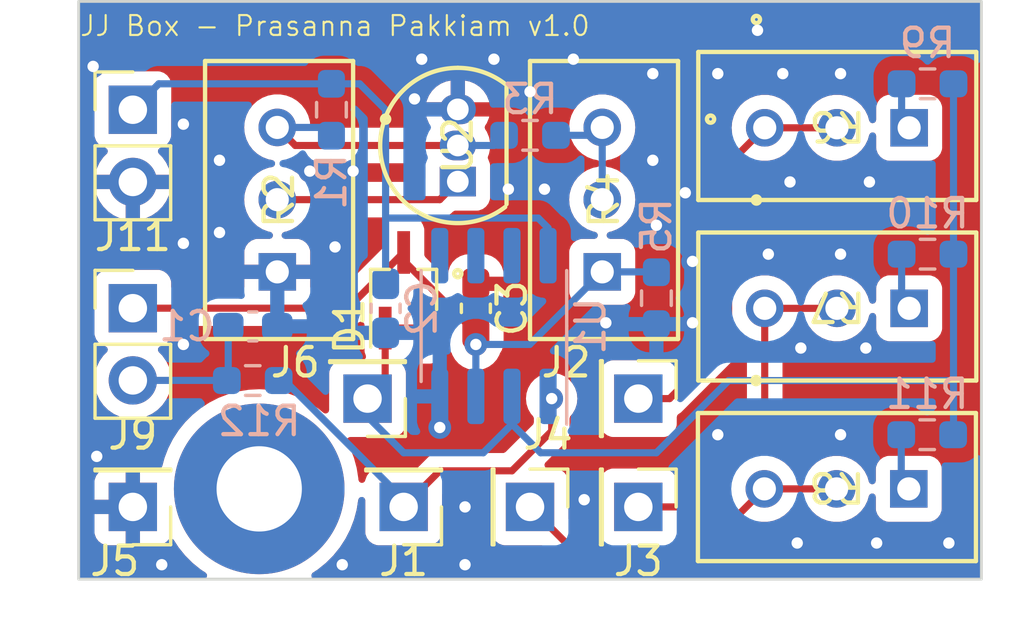
<source format=kicad_pcb>
(kicad_pcb (version 20240108) (generator "pcbnew") (generator_version "8.0")
  (layers (0 "F.Cu" signal) (31 "B.Cu" signal) (34 "B.Paste" user) (35 "F.Paste" user) (36 "B.SilkS" user "B.Silkscreen") (37 "F.SilkS" user "F.Silkscreen") (38 "B.Mask" user) (39 "F.Mask" user) (44 "Edge.Cuts" user))
  (net 0 "")
  (net 1 "GND")
  (net 2 "+5V")
  (net 3 "Net-(D1-C)")
  (net 4 "Net-(D1-A)")
  (net 5 "Net-(J1-Pin_1)")
  (net 6 "Net-(J2-Pin_1)")
  (net 7 "Net-(J3-Pin_1)")
  (net 8 "Net-(J4-Pin_1)")
  (net 9 "Net-(U2-ADJ)")
  (net 10 "Net-(R3-Pad2)")
  (net 11 "Net-(R6-Pad3)")
  (net 12 "Net-(R10-Pad2)")
  (net 13 "Net-(R11-Pad2)")
  (net 14 "Net-(J9-Pin_2)")
  (net 15 "Net-(U2-+V)")
  (footprint "Connector_PinHeader_2.54mm:PinHeader_1x02_P2.54mm_Vertical" (layer "F.Cu") (at 144.78 83.18)
    (property "Reference" "J9" (at 0 4.45 0) (layer "F.SilkS"))
    (property "Value" "Conn_01x02")
    (fp_line (start -1.33 -1.33) (end 0 -1.33) (stroke (width 0.12)) (layer "F.SilkS"))
    (fp_line (start -1.33 0) (end -1.33 -1.33) (stroke (width 0.12)) (layer "F.SilkS"))
    (fp_line (start -1.33 1.27) (end -1.33 3.87) (stroke (width 0.12)) (layer "F.SilkS"))
    (fp_line (start -1.33 1.27) (end 1.33 1.27) (stroke (width 0.12)) (layer "F.SilkS"))
    (fp_line (start -1.33 3.87) (end 1.33 3.87) (stroke (width 0.12)) (layer "F.SilkS"))
    (fp_line (start 1.33 1.27) (end 1.33 3.87) (stroke (width 0.12)) (layer "F.SilkS"))
    (pad "1" thru_hole rect (at 0 0) (size 1.7 1.7) (drill 1) (layers "*.Cu" "*.Mask") (net 3 "Net-(D1-C)"))
    (pad "2" thru_hole oval (at 0 2.54) (size 1.7 1.7) (drill 1) (layers "*.Cu" "*.Mask") (net 14 "Net-(J9-Pin_2)"))
  )
  (footprint "footprints:POT_3296W" (layer "F.Cu") (at 149.86 81.9023 90)
    (property "Reference" "R2" (at 2.5273 0.0635 90) (layer "F.SilkS"))
    (property "Value" "3296W-1-103LF")
    (fp_line (start 7.4168 -2.54) (end -2.3622 -2.54) (stroke (width 0.1524)) (layer "F.SilkS"))
    (fp_line (start -2.3622 -2.54) (end -2.3622 2.667) (stroke (width 0.1524)) (layer "F.SilkS"))
    (fp_line (start 7.4168 2.667) (end 7.4168 -2.54) (stroke (width 0.1524)) (layer "F.SilkS"))
    (fp_line (start -2.3622 2.667) (end 7.4168 2.667) (stroke (width 0.1524)) (layer "F.SilkS"))
    (fp_circle (center 5.3721 3.81) (end 5.4991 3.81) (stroke (width 0.1524)) (fill none) (layer "F.SilkS"))
    (pad "1" thru_hole circle (at 5.08 0 90) (size 1.3208 1.3208) (drill 0.8128) (layers "*.Cu" "*.Mask") (net 15 "Net-(U2-+V)"))
    (pad "2" thru_hole circle (at 2.54 0 90) (size 1.3208 1.3208) (drill 0.8128) (layers "*.Cu" "*.Mask") (net 9 "Net-(U2-ADJ)"))
    (pad "3" thru_hole rect (at 0 0 90) (size 1.3208 1.3208) (drill 0.8128) (layers "*.Cu" "*.Mask") (net 1 "GND"))
  )
  (footprint "Connector_PinHeader_2.54mm:PinHeader_1x01_P2.54mm_Vertical" (layer "F.Cu") (at 144.78 90.17 180)
    (property "Reference" "J5" (at 0.635 -1.905 180) (layer "F.SilkS"))
    (property "Value" "Conn_01x01")
    (fp_line (start 1.33 1.27) (end 1.33 1.33) (stroke (width 0.12)) (layer "F.SilkS"))
    (fp_line (start -1.33 1.33) (end 1.33 1.33) (stroke (width 0.12)) (layer "F.SilkS"))
    (fp_line (start -1.33 1.27) (end 1.33 1.27) (stroke (width 0.12)) (layer "F.SilkS"))
    (fp_line (start -1.33 1.27) (end -1.33 1.33) (stroke (width 0.12)) (layer "F.SilkS"))
    (fp_line (start -1.33 0) (end -1.33 -1.33) (stroke (width 0.12)) (layer "F.SilkS"))
    (fp_line (start -1.33 -1.33) (end 0 -1.33) (stroke (width 0.12)) (layer "F.SilkS"))
    (pad "1" thru_hole rect (at 0 0 180) (size 1.7 1.7) (drill 1) (layers "*.Cu" "*.Mask") (net 1 "GND"))
  )
  (footprint "footprints:POT_3296W" (layer "F.Cu") (at 172.085 76.835 180)
    (property "Reference" "R6" (at 2.5273 0.0635 180) (layer "F.SilkS"))
    (property "Value" "3296W-1-102LF")
    (fp_line (start 7.4168 2.667) (end 7.4168 -2.54) (stroke (width 0.1524)) (layer "F.SilkS"))
    (fp_line (start 7.4168 -2.54) (end -2.3622 -2.54) (stroke (width 0.1524)) (layer "F.SilkS"))
    (fp_line (start -2.3622 2.667) (end 7.4168 2.667) (stroke (width 0.1524)) (layer "F.SilkS"))
    (fp_line (start -2.3622 -2.54) (end -2.3622 2.667) (stroke (width 0.1524)) (layer "F.SilkS"))
    (fp_circle (center 5.3721 3.81) (end 5.4991 3.81) (stroke (width 0.1524)) (fill none) (layer "F.SilkS"))
    (pad "1" thru_hole circle (at 5.08 0 180) (size 1.3208 1.3208) (drill 0.8128) (layers "*.Cu" "*.Mask") (net 6 "Net-(J2-Pin_1)"))
    (pad "2" thru_hole circle (at 2.54 0 180) (size 1.3208 1.3208) (drill 0.8128) (layers "*.Cu" "*.Mask") (net 6 "Net-(J2-Pin_1)"))
    (pad "3" thru_hole rect (at 0 0 180) (size 1.3208 1.3208) (drill 0.8128) (layers "*.Cu" "*.Mask") (net 11 "Net-(R6-Pad3)"))
  )
  (footprint "footprints:Z03A_TEX" (layer "F.Cu") (at 156.21 78.7273 90)
    (property "Reference" "U2" (at 1.27 0 90) (layer "F.SilkS"))
    (property "Value" "lm336z-2_5")
    (fp_line (start -0.793506 1.7145) (end 3.333506 1.7145) (stroke (width 0.1524)) (layer "F.SilkS"))
    (fp_arc (start 4.0005 0.000001) (mid 3.855041 0.879313) (end 3.434164 1.66494) (stroke (width 0.1524)) (layer "F.SilkS"))
    (fp_arc (start -0.894167 1.664936) (mid 0.39069 -2.585042) (end 4.0005 0) (stroke (width 0.1524)) (layer "F.SilkS"))
    (fp_circle (center -3.2385 0) (end -3.1115 0) (stroke (width 0.1524)) (fill none) (layer "F.SilkS"))
    (pad "1" thru_hole rect (at 0 0 90) (size 1.0414 1.27) (drill 0.762) (layers "*.Cu" "*.Mask") (net 9 "Net-(U2-ADJ)"))
    (pad "2" thru_hole oval (at 1.27 0 90) (size 1.0414 1.27) (drill 0.762) (layers "*.Cu" "*.Mask") (net 15 "Net-(U2-+V)"))
    (pad "3" thru_hole oval (at 2.54 0 90) (size 1.0414 1.27) (drill 0.762) (layers "*.Cu" "*.Mask") (net 1 "GND"))
  )
  (footprint "Connector_PinHeader_2.54mm:PinHeader_1x01_P2.54mm_Vertical" (layer "F.Cu") (at 158.75 90.17 -90)
    (property "Reference" "J4" (at -2.54 -0.635 180) (layer "F.SilkS"))
    (property "Value" "Conn_01x01")
    (fp_line (start -1.33 1.33) (end 1.33 1.33) (stroke (width 0.12)) (layer "F.SilkS"))
    (fp_line (start -1.33 1.27) (end -1.33 1.33) (stroke (width 0.12)) (layer "F.SilkS"))
    (fp_line (start -1.33 1.27) (end 1.33 1.27) (stroke (width 0.12)) (layer "F.SilkS"))
    (fp_line (start 1.33 1.27) (end 1.33 1.33) (stroke (width 0.12)) (layer "F.SilkS"))
    (fp_line (start -1.33 0) (end -1.33 -1.33) (stroke (width 0.12)) (layer "F.SilkS"))
    (fp_line (start -1.33 -1.33) (end 0 -1.33) (stroke (width 0.12)) (layer "F.SilkS"))
    (pad "1" thru_hole rect (at 0 0 270) (size 1.7 1.7) (drill 1) (layers "*.Cu" "*.Mask") (net 8 "Net-(J4-Pin_1)"))
  )
  (footprint "Connector_PinHeader_2.54mm:PinHeader_1x01_P2.54mm_Vertical" (layer "F.Cu") (at 154.305 90.17 180)
    (property "Reference" "J1" (at 0 -1.905 180) (layer "F.SilkS"))
    (property "Value" "Conn_01x01")
    (fp_line (start 1.33 1.27) (end 1.33 1.33) (stroke (width 0.12)) (layer "F.SilkS"))
    (fp_line (start -1.33 1.33) (end 1.33 1.33) (stroke (width 0.12)) (layer "F.SilkS"))
    (fp_line (start -1.33 1.27) (end 1.33 1.27) (stroke (width 0.12)) (layer "F.SilkS"))
    (fp_line (start -1.33 1.27) (end -1.33 1.33) (stroke (width 0.12)) (layer "F.SilkS"))
    (fp_line (start -1.33 0) (end -1.33 -1.33) (stroke (width 0.12)) (layer "F.SilkS"))
    (fp_line (start -1.33 -1.33) (end 0 -1.33) (stroke (width 0.12)) (layer "F.SilkS"))
    (pad "1" thru_hole rect (at 0 0 180) (size 1.7 1.7) (drill 1) (layers "*.Cu" "*.Mask") (net 5 "Net-(J1-Pin_1)"))
  )
  (footprint "footprints:POT_3296W" (layer "F.Cu") (at 172.0723 89.535 180)
    (property "Reference" "R8" (at 2.5273 0.0635 180) (layer "F.SilkS"))
    (property "Value" "3296W-1-105LF")
    (fp_line (start 7.4168 2.667) (end 7.4168 -2.54) (stroke (width 0.1524)) (layer "F.SilkS"))
    (fp_line (start 7.4168 -2.54) (end -2.3622 -2.54) (stroke (width 0.1524)) (layer "F.SilkS"))
    (fp_line (start -2.3622 2.667) (end 7.4168 2.667) (stroke (width 0.1524)) (layer "F.SilkS"))
    (fp_line (start -2.3622 -2.54) (end -2.3622 2.667) (stroke (width 0.1524)) (layer "F.SilkS"))
    (fp_circle (center 5.3721 3.81) (end 5.4991 3.81) (stroke (width 0.1524)) (fill none) (layer "F.SilkS"))
    (pad "1" thru_hole circle (at 5.08 0 180) (size 1.3208 1.3208) (drill 0.8128) (layers "*.Cu" "*.Mask") (net 8 "Net-(J4-Pin_1)"))
    (pad "2" thru_hole circle (at 2.54 0 180) (size 1.3208 1.3208) (drill 0.8128) (layers "*.Cu" "*.Mask") (net 8 "Net-(J4-Pin_1)"))
    (pad "3" thru_hole rect (at 0 0 180) (size 1.3208 1.3208) (drill 0.8128) (layers "*.Cu" "*.Mask") (net 13 "Net-(R11-Pad2)"))
  )
  (footprint "Connector_PinHeader_2.54mm:PinHeader_1x01_P2.54mm_Vertical" (layer "F.Cu") (at 162.56 86.36 -90)
    (property "Reference" "J2" (at -1.27 2.54 0) (layer "F.SilkS"))
    (property "Value" "Conn_01x01")
    (fp_line (start -1.33 1.33) (end 1.33 1.33) (stroke (width 0.12)) (layer "F.SilkS"))
    (fp_line (start -1.33 1.27) (end -1.33 1.33) (stroke (width 0.12)) (layer "F.SilkS"))
    (fp_line (start -1.33 1.27) (end 1.33 1.27) (stroke (width 0.12)) (layer "F.SilkS"))
    (fp_line (start 1.33 1.27) (end 1.33 1.33) (stroke (width 0.12)) (layer "F.SilkS"))
    (fp_line (start -1.33 0) (end -1.33 -1.33) (stroke (width 0.12)) (layer "F.SilkS"))
    (fp_line (start -1.33 -1.33) (end 0 -1.33) (stroke (width 0.12)) (layer "F.SilkS"))
    (pad "1" thru_hole rect (at 0 0 270) (size 1.7 1.7) (drill 1) (layers "*.Cu" "*.Mask") (net 6 "Net-(J2-Pin_1)"))
  )
  (footprint "Connector_PinHeader_2.54mm:PinHeader_1x02_P2.54mm_Vertical" (layer "F.Cu") (at 144.78 76.2)
    (property "Reference" "J11" (at 0 4.445 0) (layer "F.SilkS"))
    (property "Value" "Conn_01x02")
    (fp_line (start -1.33 -1.33) (end 0 -1.33) (stroke (width 0.12)) (layer "F.SilkS"))
    (fp_line (start -1.33 0) (end -1.33 -1.33) (stroke (width 0.12)) (layer "F.SilkS"))
    (fp_line (start -1.33 1.27) (end -1.33 3.87) (stroke (width 0.12)) (layer "F.SilkS"))
    (fp_line (start -1.33 1.27) (end 1.33 1.27) (stroke (width 0.12)) (layer "F.SilkS"))
    (fp_line (start -1.33 3.87) (end 1.33 3.87) (stroke (width 0.12)) (layer "F.SilkS"))
    (fp_line (start 1.33 1.27) (end 1.33 3.87) (stroke (width 0.12)) (layer "F.SilkS"))
    (pad "1" thru_hole rect (at 0 0) (size 1.7 1.7) (drill 1) (layers "*.Cu" "*.Mask") (net 2 "+5V"))
    (pad "2" thru_hole oval (at 0 2.54) (size 1.7 1.7) (drill 1) (layers "*.Cu" "*.Mask") (net 1 "GND"))
  )
  (footprint "Connector_PinHeader_2.54mm:PinHeader_1x01_P2.54mm_Vertical" (layer "F.Cu") (at 162.56 90.17 -90)
    (property "Reference" "J3" (at 1.905 0 0) (layer "F.SilkS"))
    (property "Value" "Conn_01x01")
    (fp_line (start -1.33 1.33) (end 1.33 1.33) (stroke (width 0.12)) (layer "F.SilkS"))
    (fp_line (start -1.33 1.27) (end -1.33 1.33) (stroke (width 0.12)) (layer "F.SilkS"))
    (fp_line (start -1.33 1.27) (end 1.33 1.27) (stroke (width 0.12)) (layer "F.SilkS"))
    (fp_line (start 1.33 1.27) (end 1.33 1.33) (stroke (width 0.12)) (layer "F.SilkS"))
    (fp_line (start -1.33 0) (end -1.33 -1.33) (stroke (width 0.12)) (layer "F.SilkS"))
    (fp_line (start -1.33 -1.33) (end 0 -1.33) (stroke (width 0.12)) (layer "F.SilkS"))
    (pad "1" thru_hole rect (at 0 0 270) (size 1.7 1.7) (drill 1) (layers "*.Cu" "*.Mask") (net 7 "Net-(J3-Pin_1)"))
  )
  (footprint "footprints:POT_3296W" (layer "F.Cu") (at 161.29 81.9023 90)
    (property "Reference" "R4" (at 2.5273 0.0635 90) (layer "F.SilkS"))
    (property "Value" "3296W-1-203LF")
    (fp_line (start 7.4168 -2.54) (end -2.3622 -2.54) (stroke (width 0.1524)) (layer "F.SilkS"))
    (fp_line (start -2.3622 -2.54) (end -2.3622 2.667) (stroke (width 0.1524)) (layer "F.SilkS"))
    (fp_line (start 7.4168 2.667) (end 7.4168 -2.54) (stroke (width 0.1524)) (layer "F.SilkS"))
    (fp_line (start -2.3622 2.667) (end 7.4168 2.667) (stroke (width 0.1524)) (layer "F.SilkS"))
    (fp_circle (center 5.3721 3.81) (end 5.4991 3.81) (stroke (width 0.1524)) (fill none) (layer "F.SilkS"))
    (pad "1" thru_hole circle (at 5.08 0 90) (size 1.3208 1.3208) (drill 0.8128) (layers "*.Cu" "*.Mask") (net 10 "Net-(R3-Pad2)"))
    (pad "2" thru_hole circle (at 2.54 0 90) (size 1.3208 1.3208) (drill 0.8128) (layers "*.Cu" "*.Mask") (net 10 "Net-(R3-Pad2)"))
    (pad "3" thru_hole rect (at 0 0 90) (size 1.3208 1.3208) (drill 0.8128) (layers "*.Cu" "*.Mask") (net 3 "Net-(D1-C)"))
  )
  (footprint "Capacitor_SMD:C_0603_1608Metric_Pad1.08x0.95mm_HandSolder" (layer "F.Cu") (at 156.845 83.185 90)
    (property "Reference" "C3" (at 0 1.27 -90) (layer "F.SilkS"))
    (property "Value" "470n")
    (fp_line (start -0.146267 -0.51) (end 0.146267 -0.51) (stroke (width 0.12)) (layer "F.SilkS"))
    (fp_line (start -0.146267 0.51) (end 0.146267 0.51) (stroke (width 0.12)) (layer "F.SilkS"))
    (pad "1" smd roundrect (at -0.8625 0 90) (size 1.075 0.95) (layers "F.Cu" "F.Paste" "F.Mask") (net 3 "Net-(D1-C)"))
    (pad "2" smd roundrect (at 0.8625 0 90) (size 1.075 0.95) (layers "F.Cu" "F.Paste" "F.Mask") (net 1 "GND"))
  )
  (footprint "Connector_PinHeader_2.54mm:PinHeader_1x01_P2.54mm_Vertical" (layer "F.Cu") (at 153.035 86.36 180)
    (property "Reference" "J6" (at 2.54 1.27 180) (layer "F.SilkS"))
    (property "Value" "Conn_01x01")
    (fp_line (start 1.33 1.27) (end 1.33 1.33) (stroke (width 0.12)) (layer "F.SilkS"))
    (fp_line (start -1.33 1.33) (end 1.33 1.33) (stroke (width 0.12)) (layer "F.SilkS"))
    (fp_line (start -1.33 1.27) (end 1.33 1.27) (stroke (width 0.12)) (layer "F.SilkS"))
    (fp_line (start -1.33 1.27) (end -1.33 1.33) (stroke (width 0.12)) (layer "F.SilkS"))
    (fp_line (start -1.33 0) (end -1.33 -1.33) (stroke (width 0.12)) (layer "F.SilkS"))
    (fp_line (start -1.33 -1.33) (end 0 -1.33) (stroke (width 0.12)) (layer "F.SilkS"))
    (pad "1" thru_hole rect (at 0 0 180) (size 1.7 1.7) (drill 1) (layers "*.Cu" "*.Mask") (net 4 "Net-(D1-A)"))
  )
  (footprint "Package_TO_SOT_SMD:SOT-323_SC-70_Handsoldering" (layer "F.Cu") (at 154.305 82.55 90)
    (property "Reference" "D1" (at -1.27 -1.905 -90) (layer "F.SilkS"))
    (property "Value" "BAR63-04W")
    (fp_line (start 0.735 -1.17) (end 0.735 -0.5) (stroke (width 0.12)) (layer "F.SilkS"))
    (fp_line (start 0.735 -1.16) (end -2 -1.16) (stroke (width 0.12)) (layer "F.SilkS"))
    (fp_line (start 0.735 0.5) (end 0.735 1.16) (stroke (width 0.12)) (layer "F.SilkS"))
    (fp_line (start -0.675 1.16) (end 0.735 1.16) (stroke (width 0.12)) (layer "F.SilkS"))
    (pad "1" smd rect (at -1.33 -0.65) (size 0.45 1.5) (layers "F.Cu" "F.Paste" "F.Mask") (net 4 "Net-(D1-A)"))
    (pad "2" smd rect (at -1.33 0.65) (size 0.45 1.5) (layers "F.Cu" "F.Paste" "F.Mask") (net 4 "Net-(D1-A)"))
    (pad "3" smd rect (at 1.33 0) (size 0.45 1.5) (layers "F.Cu" "F.Paste" "F.Mask") (net 3 "Net-(D1-C)"))
  )
  (footprint "footprints:POT_3296W" (layer "F.Cu") (at 172.085 83.185 180)
    (property "Reference" "R7" (at 2.5273 0.0635 180) (layer "F.SilkS"))
    (property "Value" "3296W-1-103LF")
    (fp_line (start 7.4168 2.667) (end 7.4168 -2.54) (stroke (width 0.1524)) (layer "F.SilkS"))
    (fp_line (start 7.4168 -2.54) (end -2.3622 -2.54) (stroke (width 0.1524)) (layer "F.SilkS"))
    (fp_line (start -2.3622 2.667) (end 7.4168 2.667) (stroke (width 0.1524)) (layer "F.SilkS"))
    (fp_line (start -2.3622 -2.54) (end -2.3622 2.667) (stroke (width 0.1524)) (layer "F.SilkS"))
    (fp_circle (center 5.3721 3.81) (end 5.4991 3.81) (stroke (width 0.1524)) (fill none) (layer "F.SilkS"))
    (pad "1" thru_hole circle (at 5.08 0 180) (size 1.3208 1.3208) (drill 0.8128) (layers "*.Cu" "*.Mask") (net 7 "Net-(J3-Pin_1)"))
    (pad "2" thru_hole circle (at 2.54 0 180) (size 1.3208 1.3208) (drill 0.8128) (layers "*.Cu" "*.Mask") (net 7 "Net-(J3-Pin_1)"))
    (pad "3" thru_hole rect (at 0 0 180) (size 1.3208 1.3208) (drill 0.8128) (layers "*.Cu" "*.Mask") (net 12 "Net-(R10-Pad2)"))
  )
  (footprint "Resistor_SMD:R_0603_1608Metric_Pad0.98x0.95mm_HandSolder" (layer "B.Cu") (at 172.7327 75.2875 180)
    (property "Reference" "R9" (at 0 1.43 180) (layer "B.SilkS") (effects (justify mirror)))
    (property "Value" "51")
    (fp_line (start 0.254724 0.5225) (end -0.254724 0.5225) (stroke (width 0.12)) (layer "B.SilkS"))
    (fp_line (start 0.254724 -0.5225) (end -0.254724 -0.5225) (stroke (width 0.12)) (layer "B.SilkS"))
    (pad "1" smd roundrect (at -0.9125 0 180) (size 0.975 0.95) (layers "B.Cu" "B.Paste" "B.Mask") (net 4 "Net-(D1-A)"))
    (pad "2" smd roundrect (at 0.9125 0 180) (size 0.975 0.95) (layers "B.Cu" "B.Paste" "B.Mask") (net 11 "Net-(R6-Pad3)"))
  )
  (footprint "Resistor_SMD:R_0603_1608Metric_Pad0.98x0.95mm_HandSolder" (layer "B.Cu") (at 151.765 76.2 -90)
    (property "Reference" "R1" (at 2.54 0 90) (layer "B.SilkS") (effects (justify mirror)))
    (property "Value" "2k")
    (fp_line (start 0.254724 0.5225) (end -0.254724 0.5225) (stroke (width 0.12)) (layer "B.SilkS"))
    (fp_line (start 0.254724 -0.5225) (end -0.254724 -0.5225) (stroke (width 0.12)) (layer "B.SilkS"))
    (pad "1" smd roundrect (at -0.9125 0 270) (size 0.975 0.95) (layers "B.Cu" "B.Paste" "B.Mask") (net 2 "+5V"))
    (pad "2" smd roundrect (at 0.9125 0 270) (size 0.975 0.95) (layers "B.Cu" "B.Paste" "B.Mask") (net 15 "Net-(U2-+V)"))
  )
  (footprint "Resistor_SMD:R_0603_1608Metric_Pad0.98x0.95mm_HandSolder" (layer "B.Cu") (at 172.7327 81.28 180)
    (property "Reference" "R10" (at 0 1.43 180) (layer "B.SilkS") (effects (justify mirror)))
    (property "Value" "5.6k")
    (fp_line (start 0.254724 0.5225) (end -0.254724 0.5225) (stroke (width 0.12)) (layer "B.SilkS"))
    (fp_line (start 0.254724 -0.5225) (end -0.254724 -0.5225) (stroke (width 0.12)) (layer "B.SilkS"))
    (pad "1" smd roundrect (at -0.9125 0 180) (size 0.975 0.95) (layers "B.Cu" "B.Paste" "B.Mask") (net 4 "Net-(D1-A)"))
    (pad "2" smd roundrect (at 0.9125 0 180) (size 0.975 0.95) (layers "B.Cu" "B.Paste" "B.Mask") (net 12 "Net-(R10-Pad2)"))
  )
  (footprint "Resistor_SMD:R_0603_1608Metric_Pad0.98x0.95mm_HandSolder" (layer "B.Cu") (at 148.9975 85.725)
    (property "Reference" "R12" (at 0.2275 1.43 0) (layer "B.SilkS") (effects (justify mirror)))
    (property "Value" "5.6k")
    (fp_line (start 0.254724 -0.5225) (end -0.254724 -0.5225) (stroke (width 0.12)) (layer "B.SilkS"))
    (fp_line (start 0.254724 0.5225) (end -0.254724 0.5225) (stroke (width 0.12)) (layer "B.SilkS"))
    (pad "1" smd roundrect (at -0.9125 0) (size 0.975 0.95) (layers "B.Cu" "B.Paste" "B.Mask") (net 14 "Net-(J9-Pin_2)"))
    (pad "2" smd roundrect (at 0.9125 0) (size 0.975 0.95) (layers "B.Cu" "B.Paste" "B.Mask") (net 5 "Net-(J1-Pin_1)"))
  )
  (footprint "Resistor_SMD:R_0603_1608Metric_Pad0.98x0.95mm_HandSolder" (layer "B.Cu") (at 163.195 82.8275 90)
    (property "Reference" "R5" (at 2.54 0 -90) (layer "B.SilkS") (effects (justify mirror)))
    (property "Value" "51")
    (fp_line (start 0.254724 -0.5225) (end -0.254724 -0.5225) (stroke (width 0.12)) (layer "B.SilkS"))
    (fp_line (start 0.254724 0.5225) (end -0.254724 0.5225) (stroke (width 0.12)) (layer "B.SilkS"))
    (pad "1" smd roundrect (at -0.9125 0 90) (size 0.975 0.95) (layers "B.Cu" "B.Paste" "B.Mask") (net 1 "GND"))
    (pad "2" smd roundrect (at 0.9125 0 90) (size 0.975 0.95) (layers "B.Cu" "B.Paste" "B.Mask") (net 3 "Net-(D1-C)"))
  )
  (footprint "Capacitor_SMD:C_0603_1608Metric_Pad1.08x0.95mm_HandSolder" (layer "B.Cu") (at 153.67 83.185 -90)
    (property "Reference" "C2" (at 0 -1.27 90) (layer "B.SilkS") (effects (justify mirror)))
    (property "Value" "10n")
    (fp_line (start 0.146267 0.51) (end -0.146267 0.51) (stroke (width 0.12)) (layer "B.SilkS"))
    (fp_line (start 0.146267 -0.51) (end -0.146267 -0.51) (stroke (width 0.12)) (layer "B.SilkS"))
    (pad "1" smd roundrect (at -0.8625 0 270) (size 1.075 0.95) (layers "B.Cu" "B.Paste" "B.Mask") (net 2 "+5V"))
    (pad "2" smd roundrect (at 0.8625 0 270) (size 1.075 0.95) (layers "B.Cu" "B.Paste" "B.Mask") (net 1 "GND"))
  )
  (footprint "Package_SO:SOIC-8_3.9x4.9mm_P1.27mm" (layer "B.Cu") (at 157.48 83.8073 90)
    (property "Reference" "U1" (at 0 3.4 -90) (layer "B.SilkS") (effects (justify mirror)))
    (property "Value" "LT1492")
    (fp_line (start 1.95 -2.56) (end 0 -2.56) (stroke (width 0.12)) (layer "B.SilkS"))
    (fp_line (start -1.95 -2.56) (end 0 -2.56) (stroke (width 0.12)) (layer "B.SilkS"))
    (fp_line (start 1.95 2.56) (end 0 2.56) (stroke (width 0.12)) (layer "B.SilkS"))
    (fp_line (start -3.45 2.56) (end 0 2.56) (stroke (width 0.12)) (layer "B.SilkS"))
    (pad "1" smd roundrect (at -2.475 1.905 90) (size 1.95 0.6) (layers "B.Cu" "B.Paste" "B.Mask") (net 5 "Net-(J1-Pin_1)"))
    (pad "2" smd roundrect (at -2.475 0.635 90) (size 1.95 0.6) (layers "B.Cu" "B.Paste" "B.Mask") (net 4 "Net-(D1-A)"))
    (pad "3" smd roundrect (at -2.475 -0.635 90) (size 1.95 0.6) (layers "B.Cu" "B.Paste" "B.Mask") (net 3 "Net-(D1-C)"))
    (pad "4" smd roundrect (at -2.475 -1.905 90) (size 1.95 0.6) (layers "B.Cu" "B.Paste" "B.Mask") (net 1 "GND"))
    (pad "5" smd roundrect (at 2.475 -1.905 90) (size 1.95 0.6) (layers "B.Cu" "B.Paste" "B.Mask"))
    (pad "6" smd roundrect (at 2.475 -0.635 90) (size 1.95 0.6) (layers "B.Cu" "B.Paste" "B.Mask"))
    (pad "7" smd roundrect (at 2.475 0.635 90) (size 1.95 0.6) (layers "B.Cu" "B.Paste" "B.Mask"))
    (pad "8" smd roundrect (at 2.475 1.905 90) (size 1.95 0.6) (layers "B.Cu" "B.Paste" "B.Mask") (net 2 "+5V"))
  )
  (footprint "Resistor_SMD:R_0603_1608Metric_Pad0.98x0.95mm_HandSolder" (layer "B.Cu") (at 158.75 77.0998)
    (property "Reference" "R3" (at 0 -1.27 0) (layer "B.SilkS") (effects (justify mirror)))
    (property "Value" "12k")
    (fp_line (start 0.254724 -0.5225) (end -0.254724 -0.5225) (stroke (width 0.12)) (layer "B.SilkS"))
    (fp_line (start 0.254724 0.5225) (end -0.254724 0.5225) (stroke (width 0.12)) (layer "B.SilkS"))
    (pad "1" smd roundrect (at -0.9125 0) (size 0.975 0.95) (layers "B.Cu" "B.Paste" "B.Mask") (net 15 "Net-(U2-+V)"))
    (pad "2" smd roundrect (at 0.9125 0) (size 0.975 0.95) (layers "B.Cu" "B.Paste" "B.Mask") (net 10 "Net-(R3-Pad2)"))
  )
  (footprint "Capacitor_SMD:C_0603_1608Metric_Pad1.08x0.95mm_HandSolder" (layer "B.Cu") (at 148.9975 83.82)
    (property "Reference" "C1" (at -2.3125 0 0) (layer "B.SilkS") (effects (justify mirror)))
    (property "Value" "10n")
    (fp_line (start 0.146267 -0.51) (end -0.146267 -0.51) (stroke (width 0.12)) (layer "B.SilkS"))
    (fp_line (start 0.146267 0.51) (end -0.146267 0.51) (stroke (width 0.12)) (layer "B.SilkS"))
    (pad "1" smd roundrect (at -0.8625 0) (size 1.075 0.95) (layers "B.Cu" "B.Paste" "B.Mask") (net 14 "Net-(J9-Pin_2)"))
    (pad "2" smd roundrect (at 0.8625 0) (size 1.075 0.95) (layers "B.Cu" "B.Paste" "B.Mask") (net 1 "GND"))
  )
  (footprint "Resistor_SMD:R_0603_1608Metric_Pad0.98x0.95mm_HandSolder" (layer "B.Cu") (at 172.72 87.63 180)
    (property "Reference" "R11" (at 0 1.43 180) (layer "B.SilkS") (effects (justify mirror)))
    (property "Value" "100k")
    (fp_line (start 0.254724 0.5225) (end -0.254724 0.5225) (stroke (width 0.12)) (layer "B.SilkS"))
    (fp_line (start 0.254724 -0.5225) (end -0.254724 -0.5225) (stroke (width 0.12)) (layer "B.SilkS"))
    (pad "1" smd roundrect (at -0.9125 0 180) (size 0.975 0.95) (layers "B.Cu" "B.Paste" "B.Mask") (net 4 "Net-(D1-A)"))
    (pad "2" smd roundrect (at 0.9125 0 180) (size 0.975 0.95) (layers "B.Cu" "B.Paste" "B.Mask") (net 13 "Net-(R11-Pad2)"))
  )
  (gr_rect (start 142.875 72.39) (end 174.625 92.71) (stroke (width 0.1)) (fill none) (layer "Edge.Cuts"))
  (gr_text "JJ Box - Prasanna Pakkiam v1.0" (at 142.875 73.66 0) (layer "F.SilkS") (effects (font (size 0.7 0.7) (thickness 0.075) (bold yes)) (justify left bottom)))
  (via (at 149.225 89.535) (size 6) (drill 3) (layers "F.Cu" "B.Cu") (net 0))
  (via (at 167.132 81.28) (size 0.8) (drill 0.4) (layers "F.Cu" "B.Cu") (net 1))
  (via (at 157.48 74.422) (size 0.8) (drill 0.4) (layers "F.Cu" "B.Cu") (net 1))
  (via (at 155.575 87.376) (size 0.8) (drill 0.4) (layers "F.Cu" "B.Cu") (net 1))
  (via (at 167.894 78.74) (size 0.8) (drill 0.4) (layers "F.Cu" "B.Cu") (net 1))
  (via (at 160.274 74.422) (size 0.8) (drill 0.4) (layers "F.Cu" "B.Cu") (net 1))
  (via (at 170.688 78.74) (size 0.8) (drill 0.4) (layers "F.Cu" "B.Cu") (net 1))
  (via (at 143.51 88.392) (size 0.8) (drill 0.4) (layers "F.Cu" "B.Cu") (net 1))
  (via (at 152.146 92.202) (size 0.8) (drill 0.4) (layers "F.Cu" "B.Cu") (net 1))
  (via (at 163.195 80.264) (size 0.8) (drill 0.4) (layers "F.Cu" "B.Cu") (net 1))
  (via (at 146.558 80.899) (size 0.8) (drill 0.4) (layers "F.Cu" "B.Cu") (net 1))
  (via (at 151.892 81.026) (size 0.8) (drill 0.4) (layers "F.Cu" "B.Cu") (net 1))
  (via (at 143.383 74.676) (size 0.8) (drill 0.4) (layers "F.Cu" "B.Cu") (net 1))
  (via (at 156.464 90.17) (size 0.8) (drill 0.4) (layers "F.Cu" "B.Cu") (net 1))
  (via (at 146.558 84.455) (size 0.8) (drill 0.4) (layers "F.Cu" "B.Cu") (net 1))
  (via (at 156.464 92.202) (size 0.8) (drill 0.4) (layers "F.Cu" "B.Cu") (net 1))
  (via (at 169.672 74.93) (size 0.8) (drill 0.4) (layers "F.Cu" "B.Cu") (net 1))
  (via (at 146.558 76.708) (size 0.8) (drill 0.4) (layers "F.Cu" "B.Cu") (net 1))
  (via (at 170.561 84.582) (size 0.8) (drill 0.4) (layers "F.Cu" "B.Cu") (net 1))
  (via (at 161.417 83.693) (size 0.8) (drill 0.4) (layers "F.Cu" "B.Cu") (net 1))
  (via (at 168.148 91.44) (size 0.8) (drill 0.4) (layers "F.Cu" "B.Cu") (net 1))
  (via (at 170.942 91.44) (size 0.8) (drill 0.4) (layers "F.Cu" "B.Cu") (net 1))
  (via (at 152.527 78.359) (size 0.8) (drill 0.4) (layers "F.Cu" "B.Cu") (net 1))
  (via (at 167.64 74.93) (size 0.8) (drill 0.4) (layers "F.Cu" "B.Cu") (net 1))
  (via (at 158.75 75.565) (size 0.8) (drill 0.4) (layers "F.Cu" "B.Cu") (net 1))
  (via (at 151.003 78.359) (size 0.8) (drill 0.4) (layers "F.Cu" "B.Cu") (net 1))
  (via (at 164.211 79.121) (size 0.8) (drill 0.4) (layers "F.Cu" "B.Cu") (net 1))
  (via (at 163.068 74.93) (size 0.8) (drill 0.4) (layers "F.Cu" "B.Cu") (net 1))
  (via (at 157.988 78.994) (size 0.8) (drill 0.4) (layers "F.Cu" "B.Cu") (net 1))
  (via (at 169.672 87.63) (size 0.8) (drill 0.4) (layers "F.Cu" "B.Cu") (net 1))
  (via (at 169.672 81.28) (size 0.8) (drill 0.4) (layers "F.Cu" "B.Cu") (net 1))
  (via (at 168.275 84.582) (size 0.8) (drill 0.4) (layers "F.Cu" "B.Cu") (net 1))
  (via (at 165.354 87.63) (size 0.8) (drill 0.4) (layers "F.Cu" "B.Cu") (net 1))
  (via (at 154.686 75.819) (size 0.8) (drill 0.4) (layers "F.Cu" "B.Cu") (net 1))
  (via (at 159.258 78.994) (size 0.8) (drill 0.4) (layers "F.Cu" "B.Cu") (net 1))
  (via (at 160.655 89.916) (size 0.8) (drill 0.4) (layers "F.Cu" "B.Cu") (net 1))
  (via (at 164.465 81.534) (size 0.8) (drill 0.4) (layers "F.Cu" "B.Cu") (net 1))
  (via (at 147.828 80.518) (size 0.8) (drill 0.4) (layers "F.Cu" "B.Cu") (net 1))
  (via (at 147.828 77.978) (size 0.8) (drill 0.4) (layers "F.Cu" "B.Cu") (net 1))
  (via (at 145.796 92.202) (size 0.8) (drill 0.4) (layers "F.Cu" "B.Cu") (net 1))
  (via (at 173.482 91.44) (size 0.8) (drill 0.4) (layers "F.Cu" "B.Cu") (net 1))
  (via (at 154.94 74.422) (size 0.8) (drill 0.4) (layers "F.Cu" "B.Cu") (net 1))
  (via (at 164.465 83.693) (size 0.8) (drill 0.4) (layers "F.Cu" "B.Cu") (net 1))
  (via (at 163.068 77.978) (size 0.8) (drill 0.4) (layers "F.Cu" "B.Cu") (net 1))
  (via (at 166.751 73.406) (size 0.8) (drill 0.4) (layers "F.Cu" "B.Cu") (net 1))
  (via (at 165.354 74.93) (size 0.8) (drill 0.4) (layers "F.Cu" "B.Cu") (net 1))
  (segment (start 153.67 76.2) (end 153.67 80.01) (width 0.25) (layer "B.Cu") (net 2))
  (segment (start 144.78 76.2) (end 145.6925 75.2875) (width 0.25) (layer "B.Cu") (net 2))
  (segment (start 159.385 81.3323) (end 159.385 80.357301) (width 0.25) (layer "B.Cu") (net 2))
  (segment (start 151.765 75.2875) (end 152.7575 75.2875) (width 0.25) (layer "B.Cu") (net 2))
  (segment (start 159.037699 80.01) (end 153.67 80.01) (width 0.25) (layer "B.Cu") (net 2))
  (segment (start 159.385 80.357301) (end 159.037699 80.01) (width 0.25) (layer "B.Cu") (net 2))
  (segment (start 145.6925 75.2875) (end 151.765 75.2875) (width 0.25) (layer "B.Cu") (net 2))
  (segment (start 153.67 80.01) (end 153.67 82.3225) (width 0.25) (layer "B.Cu") (net 2))
  (segment (start 152.7575 75.2875) (end 153.67 76.2) (width 0.25) (layer "B.Cu") (net 2))
  (segment (start 145.48 83.88) (end 144.78 83.18) (width 0.25) (layer "F.Cu") (net 3))
  (segment (start 154.305 81.5075) (end 154.305 81.22) (width 0.25) (layer "F.Cu") (net 3))
  (segment (start 154.305 81.22) (end 152.345 83.18) (width 0.25) (layer "F.Cu") (net 3))
  (segment (start 156.845 84.0475) (end 154.305 81.5075) (width 0.25) (layer "F.Cu") (net 3))
  (segment (start 152.345 83.18) (end 144.78 83.18) (width 0.25) (layer "F.Cu") (net 3))
  (via (at 156.845 84.455) (size 0.8) (drill 0.4) (layers "F.Cu" "B.Cu") (net 3))
  (segment (start 158.7373 84.455) (end 156.845 84.455) (width 0.25) (layer "B.Cu") (net 3))
  (segment (start 161.29 81.9023) (end 163.1823 81.9023) (width 0.25) (layer "B.Cu") (net 3))
  (segment (start 163.1823 81.9023) (end 163.195 81.915) (width 0.25) (layer "B.Cu") (net 3))
  (segment (start 156.845 86.2823) (end 156.845 84.455) (width 0.25) (layer "B.Cu") (net 3))
  (segment (start 161.29 81.9023) (end 158.7373 84.455) (width 0.25) (layer "B.Cu") (net 3))
  (segment (start 153.655 83.88) (end 153.655 85.74) (width 0.25) (layer "F.Cu") (net 4))
  (segment (start 154.955 83.88) (end 153.655 83.88) (width 0.25) (layer "F.Cu") (net 4))
  (segment (start 153.655 85.74) (end 153.035 86.36) (width 0.25) (layer "F.Cu") (net 4))
  (segment (start 173.6452 81.28) (end 173.6452 85.725) (width 0.25) (layer "B.Cu") (net 4))
  (segment (start 158.115 87.257299) (end 159.122701 88.265) (width 0.25) (layer "B.Cu") (net 4))
  (segment (start 173.6452 87.6173) (end 173.6325 87.63) (width 0.25) (layer "B.Cu") (net 4))
  (segment (start 153.035 86.36) (end 153.035 86.995) (width 0.25) (layer "B.Cu") (net 4))
  (segment (start 163.195 88.265) (end 165.735 85.725) (width 0.25) (layer "B.Cu") (net 4))
  (segment (start 159.122701 88.265) (end 163.195 88.265) (width 0.25) (layer "B.Cu") (net 4))
  (segment (start 157.107299 88.265) (end 158.115 87.257299) (width 0.25) (layer "B.Cu") (net 4))
  (segment (start 165.735 85.725) (end 173.6452 85.725) (width 0.25) (layer "B.Cu") (net 4))
  (segment (start 154.305 88.265) (end 157.107299 88.265) (width 0.25) (layer "B.Cu") (net 4))
  (segment (start 173.6452 85.725) (end 173.6452 87.6173) (width 0.25) (layer "B.Cu") (net 4))
  (segment (start 153.035 86.995) (end 154.305 88.265) (width 0.25) (layer "B.Cu") (net 4))
  (segment (start 158.115 86.2823) (end 158.115 87.257299) (width 0.25) (layer "B.Cu") (net 4))
  (segment (start 173.6452 81.28) (end 173.6452 75.2875) (width 0.25) (layer "B.Cu") (net 4))
  (segment (start 158.115 88.9) (end 155.575 88.9) (width 0.25) (layer "F.Cu") (net 5))
  (segment (start 159.512 86.36) (end 159.512 87.503) (width 0.25) (layer "F.Cu") (net 5))
  (segment (start 155.575 88.9) (end 154.305 90.17) (width 0.25) (layer "F.Cu") (net 5))
  (segment (start 159.512 87.503) (end 158.115 88.9) (width 0.25) (layer "F.Cu") (net 5))
  (via (at 159.512 86.36) (size 0.8) (drill 0.4) (layers "F.Cu" "B.Cu") (net 5))
  (segment (start 150.117261 85.725) (end 149.91 85.725) (width 0.25) (layer "B.Cu") (net 5))
  (segment (start 154.305 90.17) (end 154.305 89.912739) (width 0.25) (layer "B.Cu") (net 5))
  (segment (start 154.305 89.912739) (end 150.117261 85.725) (width 0.25) (layer "B.Cu") (net 5))
  (segment (start 167.005 76.835) (end 169.545 76.835) (width 0.25) (layer "F.Cu") (net 6))
  (segment (start 165.735 84.285) (end 165.735 78.105) (width 0.25) (layer "F.Cu") (net 6))
  (segment (start 163.66 86.36) (end 165.735 84.285) (width 0.25) (layer "F.Cu") (net 6))
  (segment (start 162.56 86.36) (end 163.66 86.36) (width 0.25) (layer "F.Cu") (net 6))
  (segment (start 165.735 78.105) (end 167.005 76.835) (width 0.25) (layer "F.Cu") (net 6))
  (segment (start 167.005 83.185) (end 169.545 83.185) (width 0.25) (layer "F.Cu") (net 7))
  (segment (start 167.005 87.63) (end 167.005 83.185) (width 0.25) (layer "F.Cu") (net 7))
  (segment (start 164.465 90.17) (end 167.005 87.63) (width 0.25) (layer "F.Cu") (net 7))
  (segment (start 162.56 90.17) (end 164.465 90.17) (width 0.25) (layer "F.Cu") (net 7))
  (segment (start 164.4523 92.075) (end 166.9923 89.535) (width 0.25) (layer "F.Cu") (net 8))
  (segment (start 166.9923 89.535) (end 169.5323 89.535) (width 0.25) (layer "F.Cu") (net 8))
  (segment (start 160.655 92.075) (end 164.4523 92.075) (width 0.25) (layer "F.Cu") (net 8))
  (segment (start 158.75 90.17) (end 160.655 92.075) (width 0.25) (layer "F.Cu") (net 8))
  (segment (start 155.575 79.3623) (end 156.21 78.7273) (width 0.25) (layer "F.Cu") (net 9))
  (segment (start 149.86 79.3623) (end 155.575 79.3623) (width 0.25) (layer "F.Cu") (net 9))
  (segment (start 161.29 79.3623) (end 161.29 76.8223) (width 0.25) (layer "B.Cu") (net 10))
  (segment (start 161.0125 77.0998) (end 161.29 76.8223) (width 0.25) (layer "B.Cu") (net 10))
  (segment (start 159.6625 77.0998) (end 161.0125 77.0998) (width 0.25) (layer "B.Cu") (net 10))
  (segment (start 171.8202 75.2875) (end 171.8202 76.5702) (width 0.25) (layer "B.Cu") (net 11))
  (segment (start 171.8202 76.5702) (end 172.085 76.835) (width 0.25) (layer "B.Cu") (net 11))
  (segment (start 171.8202 81.28) (end 171.8202 82.9202) (width 0.25) (layer "B.Cu") (net 12))
  (segment (start 171.8202 82.9202) (end 172.085 83.185) (width 0.25) (layer "B.Cu") (net 12))
  (segment (start 171.8075 89.2702) (end 172.0723 89.535) (width 0.25) (layer "B.Cu") (net 13))
  (segment (start 171.8075 87.63) (end 171.8075 89.2702) (width 0.25) (layer "B.Cu") (net 13))
  (segment (start 148.135 85.675) (end 148.085 85.725) (width 0.25) (layer "B.Cu") (net 14))
  (segment (start 148.135 83.82) (end 148.135 85.675) (width 0.25) (layer "B.Cu") (net 14))
  (segment (start 148.08 85.72) (end 148.085 85.725) (width 0.25) (layer "B.Cu") (net 14))
  (segment (start 144.78 85.72) (end 148.08 85.72) (width 0.25) (layer "B.Cu") (net 14))
  (segment (start 149.86 76.8223) (end 150.495 77.4573) (width 0.25) (layer "F.Cu") (net 15))
  (segment (start 150.495 77.4573) (end 156.21 77.4573) (width 0.25) (layer "F.Cu") (net 15))
  (segment (start 149.86 76.8223) (end 151.4748 76.8223) (width 0.25) (layer "B.Cu") (net 15))
  (segment (start 156.21 77.4573) (end 157.48 77.4573) (width 0.25) (layer "B.Cu") (net 15))
  (segment (start 157.48 77.4573) (end 157.8375 77.0998) (width 0.25) (layer "B.Cu") (net 15))
  (segment (start 151.4748 76.8223) (end 151.765 77.1125) (width 0.25) (layer "B.Cu") (net 15))
  (zone (net 1) (net_name "GND") (layers "F&B.Cu") (connect_pads (clearance 0.5)) (min_thickness 0.25) (fill yes (thermal_gap 0.5) (thermal_bridge_width 0.5))
    (polygon (pts (xy 142.875 72.39) (xy 174.625 72.39) (xy 174.625 92.71) (xy 142.875 92.71)))
  )
)
</source>
